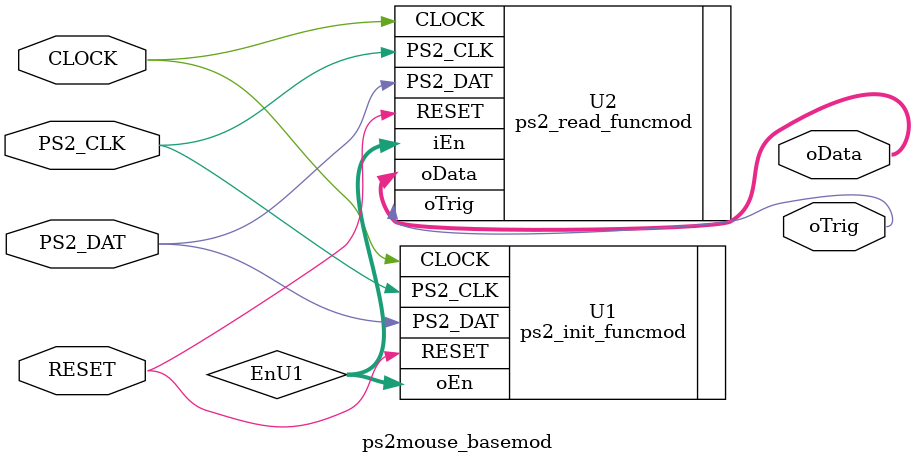
<source format=v>
module ps2mouse_basemod
(
     input CLOCK, RESET,
	 inout PS2_CLK, PS2_DAT,
	 output oTrig,
	 output [31:0]oData
);
    wire [1:0]EnU1;

     ps2_init_funcmod U1
	 (
	     .CLOCK( CLOCK ),
		  .RESET( RESET ),
		  .PS2_CLK( PS2_CLK ), // < top
		  .PS2_DAT( PS2_DAT ), // < top
		  .oEn( EnU1 ) // > U2
	 );
	 
	  ps2_read_funcmod U2
	 (
	     .CLOCK( CLOCK ),
		  .RESET( RESET ),
		  .PS2_CLK( PS2_CLK ), // < top
		  .PS2_DAT( PS2_DAT ), // < top
		  .iEn( EnU1 ),      // < U1
		  .oTrig( oTrig ),  // > top
		  .oData( oData )  // > top
	 );
		 		     
endmodule
</source>
